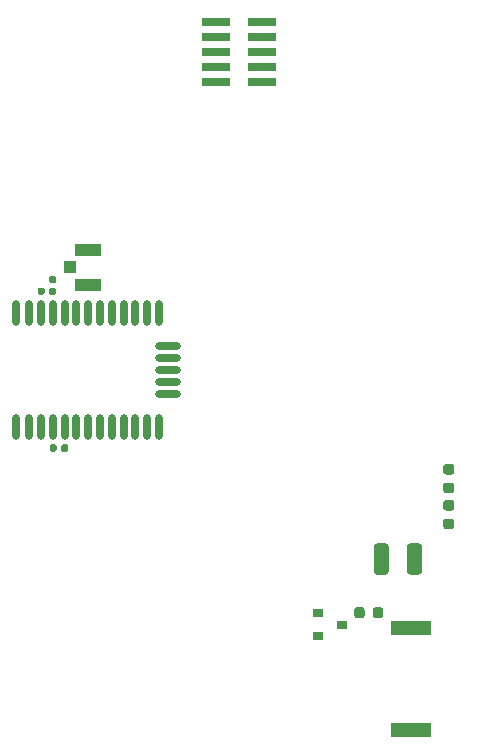
<source format=gbr>
%TF.GenerationSoftware,KiCad,Pcbnew,5.1.8+dfsg1-1~bpo10+1*%
%TF.CreationDate,2021-02-19T12:52:01+00:00*%
%TF.ProjectId,glider,676c6964-6572-42e6-9b69-6361645f7063,rev?*%
%TF.SameCoordinates,Original*%
%TF.FileFunction,Paste,Bot*%
%TF.FilePolarity,Positive*%
%FSLAX46Y46*%
G04 Gerber Fmt 4.6, Leading zero omitted, Abs format (unit mm)*
G04 Created by KiCad (PCBNEW 5.1.8+dfsg1-1~bpo10+1) date 2021-02-19 12:52:01*
%MOMM*%
%LPD*%
G01*
G04 APERTURE LIST*
%ADD10R,0.900000X0.800000*%
%ADD11R,3.400000X1.300000*%
%ADD12R,2.400000X0.740000*%
%ADD13O,0.700000X2.150000*%
%ADD14O,2.150000X0.700000*%
%ADD15R,2.200000X1.050000*%
%ADD16R,1.050000X1.000000*%
G04 APERTURE END LIST*
%TO.C,R31*%
G36*
G01*
X70600000Y-150293750D02*
X70600000Y-150806250D01*
G75*
G02*
X70381250Y-151025000I-218750J0D01*
G01*
X69943750Y-151025000D01*
G75*
G02*
X69725000Y-150806250I0J218750D01*
G01*
X69725000Y-150293750D01*
G75*
G02*
X69943750Y-150075000I218750J0D01*
G01*
X70381250Y-150075000D01*
G75*
G02*
X70600000Y-150293750I0J-218750D01*
G01*
G37*
G36*
G01*
X72175000Y-150293750D02*
X72175000Y-150806250D01*
G75*
G02*
X71956250Y-151025000I-218750J0D01*
G01*
X71518750Y-151025000D01*
G75*
G02*
X71300000Y-150806250I0J218750D01*
G01*
X71300000Y-150293750D01*
G75*
G02*
X71518750Y-150075000I218750J0D01*
G01*
X71956250Y-150075000D01*
G75*
G02*
X72175000Y-150293750I0J-218750D01*
G01*
G37*
%TD*%
D10*
%TO.C,Q3*%
X68675000Y-151550000D03*
X66675000Y-150600000D03*
X66675000Y-152500000D03*
%TD*%
D11*
%TO.C,LS1*%
X74500000Y-151800000D03*
X74500000Y-160500000D03*
%TD*%
%TO.C,C23*%
G36*
G01*
X44520000Y-136427500D02*
X44520000Y-136772500D01*
G75*
G02*
X44372500Y-136920000I-147500J0D01*
G01*
X44077500Y-136920000D01*
G75*
G02*
X43930000Y-136772500I0J147500D01*
G01*
X43930000Y-136427500D01*
G75*
G02*
X44077500Y-136280000I147500J0D01*
G01*
X44372500Y-136280000D01*
G75*
G02*
X44520000Y-136427500I0J-147500D01*
G01*
G37*
G36*
G01*
X45490000Y-136427500D02*
X45490000Y-136772500D01*
G75*
G02*
X45342500Y-136920000I-147500J0D01*
G01*
X45047500Y-136920000D01*
G75*
G02*
X44900000Y-136772500I0J147500D01*
G01*
X44900000Y-136427500D01*
G75*
G02*
X45047500Y-136280000I147500J0D01*
G01*
X45342500Y-136280000D01*
G75*
G02*
X45490000Y-136427500I0J-147500D01*
G01*
G37*
%TD*%
%TO.C,R21*%
G36*
G01*
X44362500Y-122655000D02*
X44017500Y-122655000D01*
G75*
G02*
X43870000Y-122507500I0J147500D01*
G01*
X43870000Y-122212500D01*
G75*
G02*
X44017500Y-122065000I147500J0D01*
G01*
X44362500Y-122065000D01*
G75*
G02*
X44510000Y-122212500I0J-147500D01*
G01*
X44510000Y-122507500D01*
G75*
G02*
X44362500Y-122655000I-147500J0D01*
G01*
G37*
G36*
G01*
X44362500Y-123625000D02*
X44017500Y-123625000D01*
G75*
G02*
X43870000Y-123477500I0J147500D01*
G01*
X43870000Y-123182500D01*
G75*
G02*
X44017500Y-123035000I147500J0D01*
G01*
X44362500Y-123035000D01*
G75*
G02*
X44510000Y-123182500I0J-147500D01*
G01*
X44510000Y-123477500D01*
G75*
G02*
X44362500Y-123625000I-147500J0D01*
G01*
G37*
%TD*%
%TO.C,R18*%
G36*
G01*
X43510000Y-123157500D02*
X43510000Y-123502500D01*
G75*
G02*
X43362500Y-123650000I-147500J0D01*
G01*
X43067500Y-123650000D01*
G75*
G02*
X42920000Y-123502500I0J147500D01*
G01*
X42920000Y-123157500D01*
G75*
G02*
X43067500Y-123010000I147500J0D01*
G01*
X43362500Y-123010000D01*
G75*
G02*
X43510000Y-123157500I0J-147500D01*
G01*
G37*
G36*
G01*
X44480000Y-123157500D02*
X44480000Y-123502500D01*
G75*
G02*
X44332500Y-123650000I-147500J0D01*
G01*
X44037500Y-123650000D01*
G75*
G02*
X43890000Y-123502500I0J147500D01*
G01*
X43890000Y-123157500D01*
G75*
G02*
X44037500Y-123010000I147500J0D01*
G01*
X44332500Y-123010000D01*
G75*
G02*
X44480000Y-123157500I0J-147500D01*
G01*
G37*
%TD*%
D12*
%TO.C,J5*%
X58050000Y-105640000D03*
X61950000Y-105640000D03*
X58050000Y-104370000D03*
X61950000Y-104370000D03*
X58050000Y-103100000D03*
X61950000Y-103100000D03*
X58050000Y-101830000D03*
X61950000Y-101830000D03*
X58050000Y-100560000D03*
X61950000Y-100560000D03*
%TD*%
%TO.C,R28*%
G36*
G01*
X77467750Y-142590000D02*
X77980250Y-142590000D01*
G75*
G02*
X78199000Y-142808750I0J-218750D01*
G01*
X78199000Y-143246250D01*
G75*
G02*
X77980250Y-143465000I-218750J0D01*
G01*
X77467750Y-143465000D01*
G75*
G02*
X77249000Y-143246250I0J218750D01*
G01*
X77249000Y-142808750D01*
G75*
G02*
X77467750Y-142590000I218750J0D01*
G01*
G37*
G36*
G01*
X77467750Y-141015000D02*
X77980250Y-141015000D01*
G75*
G02*
X78199000Y-141233750I0J-218750D01*
G01*
X78199000Y-141671250D01*
G75*
G02*
X77980250Y-141890000I-218750J0D01*
G01*
X77467750Y-141890000D01*
G75*
G02*
X77249000Y-141671250I0J218750D01*
G01*
X77249000Y-141233750D01*
G75*
G02*
X77467750Y-141015000I218750J0D01*
G01*
G37*
%TD*%
D13*
%TO.C,U8*%
X53200000Y-134800000D03*
X53200000Y-125200000D03*
X41050000Y-134800000D03*
X42200000Y-134800000D03*
X43200000Y-134800000D03*
X44200000Y-134800000D03*
X45200000Y-134800000D03*
X46200000Y-134800000D03*
X47200000Y-134800000D03*
X48200000Y-134800000D03*
X49200000Y-134800000D03*
X50200000Y-134800000D03*
X51200000Y-134800000D03*
X52200000Y-134800000D03*
D14*
X53950000Y-132000000D03*
X53950000Y-131000000D03*
X53950000Y-130000000D03*
X53950000Y-129000000D03*
X53950000Y-128000000D03*
D13*
X52200000Y-125200000D03*
X51200000Y-125200000D03*
X50200000Y-125200000D03*
X49200000Y-125200000D03*
X48200000Y-125200000D03*
X47200000Y-125200000D03*
X46200000Y-125200000D03*
X45200000Y-125200000D03*
X44200000Y-125200000D03*
X43200000Y-125200000D03*
X42200000Y-125200000D03*
X41050000Y-125200000D03*
%TD*%
%TO.C,R7*%
G36*
G01*
X77467750Y-139542000D02*
X77980250Y-139542000D01*
G75*
G02*
X78199000Y-139760750I0J-218750D01*
G01*
X78199000Y-140198250D01*
G75*
G02*
X77980250Y-140417000I-218750J0D01*
G01*
X77467750Y-140417000D01*
G75*
G02*
X77249000Y-140198250I0J218750D01*
G01*
X77249000Y-139760750D01*
G75*
G02*
X77467750Y-139542000I218750J0D01*
G01*
G37*
G36*
G01*
X77467750Y-137967000D02*
X77980250Y-137967000D01*
G75*
G02*
X78199000Y-138185750I0J-218750D01*
G01*
X78199000Y-138623250D01*
G75*
G02*
X77980250Y-138842000I-218750J0D01*
G01*
X77467750Y-138842000D01*
G75*
G02*
X77249000Y-138623250I0J218750D01*
G01*
X77249000Y-138185750D01*
G75*
G02*
X77467750Y-137967000I218750J0D01*
G01*
G37*
%TD*%
%TO.C,R4*%
G36*
G01*
X72650000Y-144925000D02*
X72650000Y-147075000D01*
G75*
G02*
X72400000Y-147325000I-250000J0D01*
G01*
X71650000Y-147325000D01*
G75*
G02*
X71400000Y-147075000I0J250000D01*
G01*
X71400000Y-144925000D01*
G75*
G02*
X71650000Y-144675000I250000J0D01*
G01*
X72400000Y-144675000D01*
G75*
G02*
X72650000Y-144925000I0J-250000D01*
G01*
G37*
G36*
G01*
X75450000Y-144925000D02*
X75450000Y-147075000D01*
G75*
G02*
X75200000Y-147325000I-250000J0D01*
G01*
X74450000Y-147325000D01*
G75*
G02*
X74200000Y-147075000I0J250000D01*
G01*
X74200000Y-144925000D01*
G75*
G02*
X74450000Y-144675000I250000J0D01*
G01*
X75200000Y-144675000D01*
G75*
G02*
X75450000Y-144925000I0J-250000D01*
G01*
G37*
%TD*%
D15*
%TO.C,AE1*%
X47175000Y-122755000D03*
D16*
X45650000Y-121280000D03*
D15*
X47175000Y-119805000D03*
%TD*%
M02*

</source>
